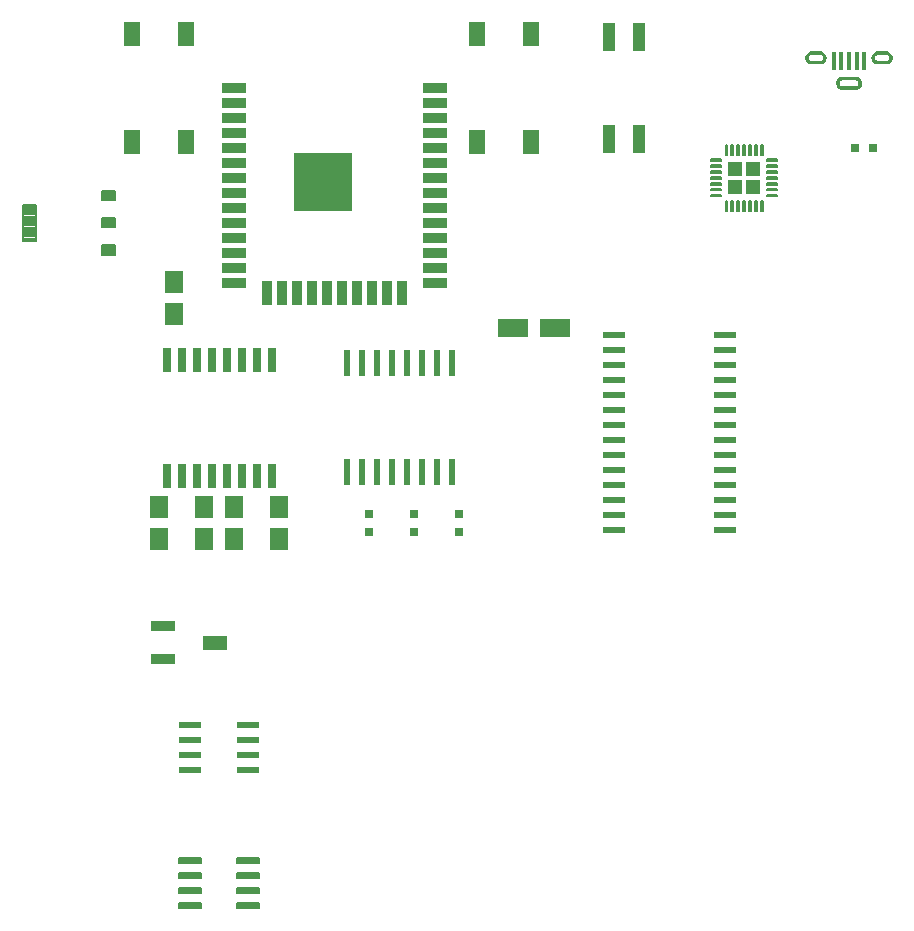
<source format=gbr>
G04 EAGLE Gerber RS-274X export*
G75*
%MOMM*%
%FSLAX34Y34*%
%LPD*%
%INSolderpaste Top*%
%IPPOS*%
%AMOC8*
5,1,8,0,0,1.08239X$1,22.5*%
G01*
%ADD10R,1.500000X1.950000*%
%ADD11R,2.600000X1.600000*%
%ADD12R,0.600000X2.200000*%
%ADD13R,0.450000X1.500000*%
%ADD14R,0.800000X0.800000*%
%ADD15R,0.660400X2.032000*%
%ADD16R,2.000000X0.900000*%
%ADD17R,2.000000X1.300000*%
%ADD18R,1.400000X2.100000*%
%ADD19R,1.130000X2.440000*%
%ADD20R,0.900000X2.000000*%
%ADD21R,5.000000X5.000000*%
%ADD22R,1.981200X0.558800*%
%ADD23R,1.149913X1.149913*%
%ADD24R,1.151819X1.149753*%
%ADD25R,1.151400X1.151400*%
%ADD26R,1.149731X1.151981*%
%ADD27C,0.135000*%
%ADD28C,0.139500*%
%ADD29C,0.196500*%
%ADD30C,0.147500*%

G36*
X767501Y925477D02*
X767501Y925477D01*
X767502Y925476D01*
X768575Y925582D01*
X768578Y925584D01*
X768580Y925582D01*
X769612Y925895D01*
X769614Y925898D01*
X769616Y925897D01*
X770567Y926406D01*
X770568Y926409D01*
X770571Y926408D01*
X771404Y927092D01*
X771405Y927095D01*
X771408Y927096D01*
X772092Y927929D01*
X772092Y927932D01*
X772094Y927933D01*
X772603Y928884D01*
X772602Y928887D01*
X772605Y928888D01*
X772918Y929920D01*
X772916Y929923D01*
X772918Y929925D01*
X773024Y930998D01*
X773022Y931000D01*
X773024Y931002D01*
X773023Y931002D01*
X773024Y931003D01*
X772886Y932227D01*
X772883Y932229D01*
X772885Y932232D01*
X772478Y933394D01*
X772475Y933396D01*
X772476Y933399D01*
X771821Y934442D01*
X771817Y934443D01*
X771817Y934446D01*
X770946Y935317D01*
X770943Y935317D01*
X770942Y935321D01*
X769899Y935976D01*
X769896Y935975D01*
X769894Y935978D01*
X768732Y936385D01*
X768728Y936384D01*
X768727Y936386D01*
X767503Y936524D01*
X767501Y936523D01*
X767500Y936524D01*
X756500Y936524D01*
X756499Y936523D01*
X756497Y936524D01*
X755273Y936386D01*
X755271Y936383D01*
X755268Y936385D01*
X754106Y935978D01*
X754104Y935975D01*
X754101Y935976D01*
X753058Y935321D01*
X753057Y935317D01*
X753054Y935317D01*
X752183Y934446D01*
X752183Y934443D01*
X752179Y934442D01*
X751524Y933399D01*
X751525Y933396D01*
X751522Y933394D01*
X751115Y932232D01*
X751116Y932228D01*
X751114Y932227D01*
X750976Y931003D01*
X750978Y931000D01*
X750976Y930998D01*
X751082Y929925D01*
X751084Y929922D01*
X751082Y929920D01*
X751395Y928888D01*
X751398Y928886D01*
X751397Y928884D01*
X751906Y927933D01*
X751909Y927932D01*
X751908Y927929D01*
X752592Y927096D01*
X752595Y927095D01*
X752596Y927092D01*
X753429Y926408D01*
X753432Y926408D01*
X753433Y926406D01*
X754384Y925897D01*
X754387Y925898D01*
X754388Y925895D01*
X755420Y925582D01*
X755423Y925584D01*
X755425Y925582D01*
X756498Y925476D01*
X756499Y925477D01*
X756500Y925476D01*
X767500Y925476D01*
X767501Y925477D01*
G37*
G36*
X737501Y946977D02*
X737501Y946977D01*
X737502Y946976D01*
X738575Y947082D01*
X738578Y947084D01*
X738580Y947082D01*
X739612Y947395D01*
X739614Y947398D01*
X739616Y947397D01*
X740567Y947906D01*
X740568Y947909D01*
X740571Y947908D01*
X741404Y948592D01*
X741405Y948595D01*
X741408Y948596D01*
X742092Y949429D01*
X742092Y949432D01*
X742094Y949433D01*
X742603Y950384D01*
X742602Y950387D01*
X742605Y950388D01*
X742918Y951420D01*
X742916Y951423D01*
X742918Y951425D01*
X742922Y951459D01*
X742927Y951507D01*
X742927Y951508D01*
X742931Y951556D01*
X742934Y951580D01*
X742939Y951629D01*
X742943Y951677D01*
X742948Y951726D01*
X742950Y951750D01*
X742951Y951750D01*
X742955Y951798D01*
X742955Y951799D01*
X742960Y951847D01*
X742965Y951895D01*
X742965Y951896D01*
X742967Y951920D01*
X742972Y951968D01*
X742977Y952017D01*
X742982Y952065D01*
X742986Y952114D01*
X742989Y952138D01*
X742993Y952186D01*
X742994Y952186D01*
X742993Y952187D01*
X742998Y952235D01*
X743003Y952283D01*
X743003Y952284D01*
X743005Y952308D01*
X743010Y952356D01*
X743015Y952405D01*
X743020Y952453D01*
X743022Y952477D01*
X743022Y952478D01*
X743024Y952498D01*
X743022Y952500D01*
X743024Y952502D01*
X743023Y952502D01*
X743024Y952503D01*
X742886Y953727D01*
X742883Y953729D01*
X742885Y953732D01*
X742478Y954894D01*
X742475Y954896D01*
X742476Y954899D01*
X741821Y955942D01*
X741817Y955943D01*
X741817Y955946D01*
X740946Y956817D01*
X740943Y956817D01*
X740942Y956821D01*
X739899Y957476D01*
X739896Y957475D01*
X739894Y957478D01*
X738732Y957885D01*
X738728Y957884D01*
X738727Y957886D01*
X737503Y958024D01*
X737501Y958023D01*
X737500Y958024D01*
X730500Y958024D01*
X730499Y958023D01*
X730497Y958024D01*
X729273Y957886D01*
X729271Y957883D01*
X729268Y957885D01*
X728106Y957478D01*
X728104Y957475D01*
X728101Y957476D01*
X727058Y956821D01*
X727057Y956817D01*
X727054Y956817D01*
X726183Y955946D01*
X726183Y955943D01*
X726179Y955942D01*
X725524Y954899D01*
X725525Y954896D01*
X725522Y954894D01*
X725115Y953732D01*
X725116Y953728D01*
X725114Y953727D01*
X725110Y953696D01*
X725105Y953648D01*
X725099Y953599D01*
X725097Y953575D01*
X725091Y953526D01*
X725086Y953478D01*
X725080Y953429D01*
X725078Y953405D01*
X725075Y953381D01*
X725072Y953357D01*
X725067Y953308D01*
X725061Y953260D01*
X725056Y953211D01*
X725053Y953187D01*
X725050Y953163D01*
X725048Y953138D01*
X725042Y953090D01*
X725037Y953041D01*
X725031Y952993D01*
X725028Y952969D01*
X725023Y952920D01*
X725017Y952872D01*
X725012Y952823D01*
X725009Y952799D01*
X725007Y952775D01*
X725004Y952750D01*
X724998Y952702D01*
X724993Y952653D01*
X724987Y952605D01*
X724985Y952581D01*
X724979Y952532D01*
X724976Y952503D01*
X724978Y952500D01*
X724976Y952497D01*
X725114Y951273D01*
X725117Y951271D01*
X725115Y951268D01*
X725522Y950106D01*
X725525Y950104D01*
X725524Y950101D01*
X726179Y949058D01*
X726183Y949057D01*
X726183Y949054D01*
X727054Y948183D01*
X727057Y948183D01*
X727058Y948179D01*
X728101Y947524D01*
X728104Y947525D01*
X728106Y947522D01*
X729268Y947115D01*
X729272Y947116D01*
X729273Y947114D01*
X730497Y946976D01*
X730499Y946977D01*
X730500Y946976D01*
X737500Y946976D01*
X737501Y946977D01*
G37*
G36*
X793501Y946977D02*
X793501Y946977D01*
X793502Y946976D01*
X794575Y947082D01*
X794578Y947084D01*
X794580Y947082D01*
X795612Y947395D01*
X795614Y947398D01*
X795616Y947397D01*
X796567Y947906D01*
X796568Y947909D01*
X796571Y947908D01*
X797404Y948592D01*
X797405Y948595D01*
X797408Y948596D01*
X798092Y949429D01*
X798092Y949432D01*
X798094Y949433D01*
X798603Y950384D01*
X798602Y950387D01*
X798605Y950388D01*
X798918Y951420D01*
X798916Y951423D01*
X798918Y951425D01*
X798922Y951459D01*
X798927Y951507D01*
X798927Y951508D01*
X798931Y951556D01*
X798934Y951580D01*
X798939Y951629D01*
X798943Y951677D01*
X798948Y951726D01*
X798950Y951750D01*
X798951Y951750D01*
X798955Y951798D01*
X798955Y951799D01*
X798960Y951847D01*
X798965Y951895D01*
X798965Y951896D01*
X798967Y951920D01*
X798972Y951968D01*
X798977Y952017D01*
X798982Y952065D01*
X798986Y952114D01*
X798989Y952138D01*
X798993Y952186D01*
X798994Y952186D01*
X798993Y952187D01*
X798998Y952235D01*
X799003Y952283D01*
X799003Y952284D01*
X799005Y952308D01*
X799010Y952356D01*
X799015Y952405D01*
X799020Y952453D01*
X799022Y952477D01*
X799022Y952478D01*
X799024Y952498D01*
X799022Y952500D01*
X799024Y952502D01*
X799023Y952502D01*
X799024Y952503D01*
X798886Y953727D01*
X798883Y953729D01*
X798885Y953732D01*
X798478Y954894D01*
X798475Y954896D01*
X798476Y954899D01*
X797821Y955942D01*
X797817Y955943D01*
X797817Y955946D01*
X796946Y956817D01*
X796943Y956817D01*
X796942Y956821D01*
X795899Y957476D01*
X795896Y957475D01*
X795894Y957478D01*
X794732Y957885D01*
X794728Y957884D01*
X794727Y957886D01*
X793503Y958024D01*
X793501Y958023D01*
X793500Y958024D01*
X786500Y958024D01*
X786499Y958023D01*
X786497Y958024D01*
X785273Y957886D01*
X785271Y957883D01*
X785268Y957885D01*
X784106Y957478D01*
X784104Y957475D01*
X784101Y957476D01*
X783058Y956821D01*
X783057Y956817D01*
X783054Y956817D01*
X782183Y955946D01*
X782183Y955943D01*
X782179Y955942D01*
X781524Y954899D01*
X781525Y954896D01*
X781522Y954894D01*
X781115Y953732D01*
X781116Y953728D01*
X781114Y953727D01*
X781110Y953696D01*
X781105Y953648D01*
X781099Y953599D01*
X781097Y953575D01*
X781091Y953526D01*
X781086Y953478D01*
X781080Y953429D01*
X781078Y953405D01*
X781075Y953381D01*
X781072Y953357D01*
X781067Y953308D01*
X781061Y953260D01*
X781056Y953211D01*
X781053Y953187D01*
X781050Y953163D01*
X781048Y953138D01*
X781042Y953090D01*
X781037Y953041D01*
X781031Y952993D01*
X781028Y952969D01*
X781023Y952920D01*
X781017Y952872D01*
X781012Y952823D01*
X781009Y952799D01*
X781007Y952775D01*
X781004Y952750D01*
X780998Y952702D01*
X780993Y952653D01*
X780987Y952605D01*
X780985Y952581D01*
X780979Y952532D01*
X780976Y952503D01*
X780978Y952500D01*
X780976Y952497D01*
X781114Y951273D01*
X781117Y951271D01*
X781115Y951268D01*
X781522Y950106D01*
X781525Y950104D01*
X781524Y950101D01*
X782179Y949058D01*
X782183Y949057D01*
X782183Y949054D01*
X783054Y948183D01*
X783057Y948183D01*
X783058Y948179D01*
X784101Y947524D01*
X784104Y947525D01*
X784106Y947522D01*
X785268Y947115D01*
X785272Y947116D01*
X785273Y947114D01*
X786497Y946976D01*
X786499Y946977D01*
X786500Y946976D01*
X793500Y946976D01*
X793501Y946977D01*
G37*
%LPC*%
G36*
X756502Y928524D02*
X756502Y928524D01*
X755859Y928609D01*
X755262Y928856D01*
X754750Y929250D01*
X754356Y929762D01*
X754109Y930359D01*
X754024Y931000D01*
X754109Y931641D01*
X754356Y932238D01*
X754750Y932751D01*
X755262Y933144D01*
X755859Y933391D01*
X756502Y933476D01*
X767499Y933476D01*
X768141Y933391D01*
X768738Y933144D01*
X769251Y932751D01*
X769644Y932238D01*
X769891Y931641D01*
X769976Y931000D01*
X769891Y930359D01*
X769644Y929762D01*
X769251Y929250D01*
X768738Y928856D01*
X768141Y928609D01*
X767499Y928524D01*
X756502Y928524D01*
G37*
%LPD*%
%LPC*%
G36*
X786502Y950024D02*
X786502Y950024D01*
X785859Y950109D01*
X785262Y950356D01*
X784750Y950750D01*
X784356Y951262D01*
X784109Y951859D01*
X784024Y952500D01*
X784025Y952502D01*
X784028Y952526D01*
X784031Y952550D01*
X784034Y952574D01*
X784034Y952575D01*
X784037Y952599D01*
X784041Y952623D01*
X784047Y952671D01*
X784047Y952672D01*
X784050Y952696D01*
X784053Y952720D01*
X784057Y952744D01*
X784060Y952768D01*
X784060Y952769D01*
X784063Y952793D01*
X784066Y952817D01*
X784069Y952841D01*
X784073Y952865D01*
X784073Y952866D01*
X784076Y952890D01*
X784079Y952914D01*
X784082Y952938D01*
X784085Y952962D01*
X784085Y952963D01*
X784089Y952987D01*
X784092Y953011D01*
X784095Y953035D01*
X784098Y953059D01*
X784098Y953060D01*
X784101Y953084D01*
X784104Y953108D01*
X784105Y953108D01*
X784108Y953132D01*
X784109Y953141D01*
X784356Y953738D01*
X784750Y954251D01*
X785262Y954644D01*
X785859Y954891D01*
X786502Y954976D01*
X793499Y954976D01*
X794141Y954891D01*
X794738Y954644D01*
X795251Y954251D01*
X795644Y953738D01*
X795891Y953141D01*
X795976Y952500D01*
X795973Y952484D01*
X795970Y952459D01*
X795967Y952435D01*
X795964Y952411D01*
X795961Y952387D01*
X795957Y952362D01*
X795954Y952338D01*
X795951Y952314D01*
X795948Y952290D01*
X795945Y952265D01*
X795941Y952241D01*
X795938Y952217D01*
X795935Y952193D01*
X795932Y952168D01*
X795929Y952144D01*
X795926Y952120D01*
X795925Y952120D01*
X795926Y952120D01*
X795922Y952096D01*
X795919Y952071D01*
X795916Y952047D01*
X795913Y952023D01*
X795910Y951999D01*
X795906Y951974D01*
X795903Y951950D01*
X795900Y951926D01*
X795897Y951902D01*
X795894Y951877D01*
X795891Y951859D01*
X795644Y951262D01*
X795251Y950750D01*
X794738Y950356D01*
X794141Y950109D01*
X793499Y950024D01*
X786502Y950024D01*
G37*
%LPD*%
%LPC*%
G36*
X730502Y950024D02*
X730502Y950024D01*
X729859Y950109D01*
X729262Y950356D01*
X728750Y950750D01*
X728356Y951262D01*
X728109Y951859D01*
X728024Y952500D01*
X728025Y952502D01*
X728028Y952526D01*
X728031Y952550D01*
X728034Y952574D01*
X728034Y952575D01*
X728037Y952599D01*
X728041Y952623D01*
X728047Y952671D01*
X728047Y952672D01*
X728050Y952696D01*
X728053Y952720D01*
X728057Y952744D01*
X728060Y952768D01*
X728060Y952769D01*
X728063Y952793D01*
X728066Y952817D01*
X728069Y952841D01*
X728073Y952865D01*
X728073Y952866D01*
X728076Y952890D01*
X728079Y952914D01*
X728082Y952938D01*
X728085Y952962D01*
X728085Y952963D01*
X728089Y952987D01*
X728092Y953011D01*
X728095Y953035D01*
X728098Y953059D01*
X728098Y953060D01*
X728101Y953084D01*
X728104Y953108D01*
X728105Y953108D01*
X728108Y953132D01*
X728109Y953141D01*
X728356Y953738D01*
X728750Y954251D01*
X729262Y954644D01*
X729859Y954891D01*
X730502Y954976D01*
X737499Y954976D01*
X738141Y954891D01*
X738738Y954644D01*
X739251Y954251D01*
X739644Y953738D01*
X739891Y953141D01*
X739976Y952500D01*
X739973Y952484D01*
X739970Y952459D01*
X739967Y952435D01*
X739964Y952411D01*
X739961Y952387D01*
X739957Y952362D01*
X739954Y952338D01*
X739951Y952314D01*
X739948Y952290D01*
X739945Y952265D01*
X739941Y952241D01*
X739938Y952217D01*
X739935Y952193D01*
X739932Y952168D01*
X739929Y952144D01*
X739926Y952120D01*
X739925Y952120D01*
X739926Y952120D01*
X739922Y952096D01*
X739919Y952071D01*
X739916Y952047D01*
X739913Y952023D01*
X739910Y951999D01*
X739906Y951974D01*
X739903Y951950D01*
X739900Y951926D01*
X739897Y951902D01*
X739894Y951877D01*
X739891Y951859D01*
X739644Y951262D01*
X739251Y950750D01*
X738738Y950356D01*
X738141Y950109D01*
X737499Y950024D01*
X730502Y950024D01*
G37*
%LPD*%
D10*
X177800Y572550D03*
X177800Y545050D03*
X241300Y545050D03*
X241300Y572550D03*
X279400Y545050D03*
X279400Y572550D03*
X215900Y572550D03*
X215900Y545050D03*
X190500Y763050D03*
X190500Y735550D03*
D11*
X513300Y723900D03*
X477300Y723900D03*
D12*
X349250Y601700D03*
X374650Y693700D03*
X336550Y601700D03*
X361950Y601700D03*
X374650Y601700D03*
X361950Y693700D03*
X387350Y693700D03*
X400050Y693700D03*
X400050Y601700D03*
X425450Y693700D03*
X387350Y601700D03*
X412750Y601700D03*
X412750Y693700D03*
X425450Y601700D03*
X349250Y693700D03*
X336550Y693700D03*
D13*
X749000Y950000D03*
X755500Y950000D03*
X762000Y950000D03*
X768500Y950000D03*
X775000Y950000D03*
D14*
X767200Y876300D03*
X782200Y876300D03*
X355600Y551300D03*
X355600Y566300D03*
X393700Y551300D03*
X393700Y566300D03*
X431800Y551300D03*
X431800Y566300D03*
D15*
X184150Y598678D03*
X196850Y598678D03*
X209550Y598678D03*
X222250Y598678D03*
X234950Y598678D03*
X247650Y598678D03*
X260350Y598678D03*
X273050Y598678D03*
X273050Y696722D03*
X260350Y696722D03*
X247650Y696722D03*
X234950Y696722D03*
X222250Y696722D03*
X209550Y696722D03*
X196850Y696722D03*
X184150Y696722D03*
D16*
X181200Y471200D03*
D17*
X225200Y457200D03*
D16*
X181200Y443200D03*
D18*
X447400Y881600D03*
X492400Y881600D03*
X447400Y972600D03*
X492400Y972600D03*
X200300Y972600D03*
X155300Y972600D03*
X200300Y881600D03*
X155300Y881600D03*
D19*
X558800Y884100D03*
X584200Y884100D03*
X584200Y970100D03*
X558800Y970100D03*
D16*
X241300Y927100D03*
X241300Y914400D03*
X241200Y901700D03*
X241300Y888700D03*
X241300Y876300D03*
X241300Y863600D03*
X241300Y850900D03*
X241300Y838200D03*
X241300Y825500D03*
X241300Y812800D03*
X241300Y800100D03*
X241300Y787400D03*
X241300Y774700D03*
X241300Y762000D03*
D20*
X269150Y753000D03*
X281850Y753000D03*
X294550Y753000D03*
X307250Y753000D03*
X319950Y753000D03*
X332650Y753000D03*
X345350Y753000D03*
X358050Y753000D03*
X370750Y753000D03*
X383450Y753000D03*
D16*
X411300Y927100D03*
X411300Y914400D03*
X411300Y901700D03*
X411300Y889000D03*
X411300Y876300D03*
X411300Y863600D03*
X411305Y850877D03*
X411319Y838187D03*
X411293Y825489D03*
X411275Y812777D03*
X411294Y800082D03*
X411310Y787392D03*
X411290Y774715D03*
X411287Y761988D03*
D21*
X316322Y847644D03*
D22*
X562610Y717550D03*
X562610Y704850D03*
X562610Y692150D03*
X562610Y679450D03*
X562610Y666750D03*
X562610Y654050D03*
X562610Y641350D03*
X562610Y628650D03*
X562610Y615950D03*
X562610Y603250D03*
X562610Y590550D03*
X562610Y577850D03*
X562610Y565150D03*
X562610Y552450D03*
X656590Y552450D03*
X656590Y565150D03*
X656590Y577850D03*
X656590Y590550D03*
X656590Y603250D03*
X656590Y615950D03*
X656590Y628650D03*
X656590Y641350D03*
X656590Y654050D03*
X656590Y666750D03*
X656590Y679450D03*
X656590Y692150D03*
X656590Y704850D03*
X656590Y717550D03*
D23*
X680650Y843350D03*
D24*
X680651Y858459D03*
D25*
X665543Y858457D03*
D26*
X665540Y843349D03*
D27*
X687425Y870125D02*
X687425Y878875D01*
X688775Y878875D01*
X688775Y870125D01*
X687425Y870125D01*
X687425Y871407D02*
X688775Y871407D01*
X688775Y872689D02*
X687425Y872689D01*
X687425Y873971D02*
X688775Y873971D01*
X688775Y875253D02*
X687425Y875253D01*
X687425Y876535D02*
X688775Y876535D01*
X688775Y877817D02*
X687425Y877817D01*
X682425Y878875D02*
X682425Y870125D01*
X682425Y878875D02*
X683775Y878875D01*
X683775Y870125D01*
X682425Y870125D01*
X682425Y871407D02*
X683775Y871407D01*
X683775Y872689D02*
X682425Y872689D01*
X682425Y873971D02*
X683775Y873971D01*
X683775Y875253D02*
X682425Y875253D01*
X682425Y876535D02*
X683775Y876535D01*
X683775Y877817D02*
X682425Y877817D01*
X677425Y878875D02*
X677425Y870125D01*
X677425Y878875D02*
X678775Y878875D01*
X678775Y870125D01*
X677425Y870125D01*
X677425Y871407D02*
X678775Y871407D01*
X678775Y872689D02*
X677425Y872689D01*
X677425Y873971D02*
X678775Y873971D01*
X678775Y875253D02*
X677425Y875253D01*
X677425Y876535D02*
X678775Y876535D01*
X678775Y877817D02*
X677425Y877817D01*
X672425Y878875D02*
X672425Y870125D01*
X672425Y878875D02*
X673775Y878875D01*
X673775Y870125D01*
X672425Y870125D01*
X672425Y871407D02*
X673775Y871407D01*
X673775Y872689D02*
X672425Y872689D01*
X672425Y873971D02*
X673775Y873971D01*
X673775Y875253D02*
X672425Y875253D01*
X672425Y876535D02*
X673775Y876535D01*
X673775Y877817D02*
X672425Y877817D01*
X667425Y878875D02*
X667425Y870125D01*
X667425Y878875D02*
X668775Y878875D01*
X668775Y870125D01*
X667425Y870125D01*
X667425Y871407D02*
X668775Y871407D01*
X668775Y872689D02*
X667425Y872689D01*
X667425Y873971D02*
X668775Y873971D01*
X668775Y875253D02*
X667425Y875253D01*
X667425Y876535D02*
X668775Y876535D01*
X668775Y877817D02*
X667425Y877817D01*
X662425Y878875D02*
X662425Y870125D01*
X662425Y878875D02*
X663775Y878875D01*
X663775Y870125D01*
X662425Y870125D01*
X662425Y871407D02*
X663775Y871407D01*
X663775Y872689D02*
X662425Y872689D01*
X662425Y873971D02*
X663775Y873971D01*
X663775Y875253D02*
X662425Y875253D01*
X662425Y876535D02*
X663775Y876535D01*
X663775Y877817D02*
X662425Y877817D01*
X657425Y878875D02*
X657425Y870125D01*
X657425Y878875D02*
X658775Y878875D01*
X658775Y870125D01*
X657425Y870125D01*
X657425Y871407D02*
X658775Y871407D01*
X658775Y872689D02*
X657425Y872689D01*
X657425Y873971D02*
X658775Y873971D01*
X658775Y875253D02*
X657425Y875253D01*
X657425Y876535D02*
X658775Y876535D01*
X658775Y877817D02*
X657425Y877817D01*
X653875Y865225D02*
X645125Y865225D01*
X645125Y866575D01*
X653875Y866575D01*
X653875Y865225D01*
X653875Y866507D02*
X645125Y866507D01*
X645125Y860225D02*
X653875Y860225D01*
X645125Y860225D02*
X645125Y861575D01*
X653875Y861575D01*
X653875Y860225D01*
X653875Y861507D02*
X645125Y861507D01*
X645125Y855225D02*
X653875Y855225D01*
X645125Y855225D02*
X645125Y856575D01*
X653875Y856575D01*
X653875Y855225D01*
X653875Y856507D02*
X645125Y856507D01*
X645125Y850225D02*
X653875Y850225D01*
X645125Y850225D02*
X645125Y851575D01*
X653875Y851575D01*
X653875Y850225D01*
X653875Y851507D02*
X645125Y851507D01*
X645125Y845225D02*
X653875Y845225D01*
X645125Y845225D02*
X645125Y846575D01*
X653875Y846575D01*
X653875Y845225D01*
X653875Y846507D02*
X645125Y846507D01*
X645125Y840225D02*
X653875Y840225D01*
X645125Y840225D02*
X645125Y841575D01*
X653875Y841575D01*
X653875Y840225D01*
X653875Y841507D02*
X645125Y841507D01*
X645125Y835225D02*
X653875Y835225D01*
X645125Y835225D02*
X645125Y836575D01*
X653875Y836575D01*
X653875Y835225D01*
X653875Y836507D02*
X645125Y836507D01*
X658775Y831675D02*
X658775Y822925D01*
X657425Y822925D01*
X657425Y831675D01*
X658775Y831675D01*
X658775Y824207D02*
X657425Y824207D01*
X657425Y825489D02*
X658775Y825489D01*
X658775Y826771D02*
X657425Y826771D01*
X657425Y828053D02*
X658775Y828053D01*
X658775Y829335D02*
X657425Y829335D01*
X657425Y830617D02*
X658775Y830617D01*
X663775Y831675D02*
X663775Y822925D01*
X662425Y822925D01*
X662425Y831675D01*
X663775Y831675D01*
X663775Y824207D02*
X662425Y824207D01*
X662425Y825489D02*
X663775Y825489D01*
X663775Y826771D02*
X662425Y826771D01*
X662425Y828053D02*
X663775Y828053D01*
X663775Y829335D02*
X662425Y829335D01*
X662425Y830617D02*
X663775Y830617D01*
X668775Y831675D02*
X668775Y822925D01*
X667425Y822925D01*
X667425Y831675D01*
X668775Y831675D01*
X668775Y824207D02*
X667425Y824207D01*
X667425Y825489D02*
X668775Y825489D01*
X668775Y826771D02*
X667425Y826771D01*
X667425Y828053D02*
X668775Y828053D01*
X668775Y829335D02*
X667425Y829335D01*
X667425Y830617D02*
X668775Y830617D01*
X673775Y831675D02*
X673775Y822925D01*
X672425Y822925D01*
X672425Y831675D01*
X673775Y831675D01*
X673775Y824207D02*
X672425Y824207D01*
X672425Y825489D02*
X673775Y825489D01*
X673775Y826771D02*
X672425Y826771D01*
X672425Y828053D02*
X673775Y828053D01*
X673775Y829335D02*
X672425Y829335D01*
X672425Y830617D02*
X673775Y830617D01*
X678775Y831675D02*
X678775Y822925D01*
X677425Y822925D01*
X677425Y831675D01*
X678775Y831675D01*
X678775Y824207D02*
X677425Y824207D01*
X677425Y825489D02*
X678775Y825489D01*
X678775Y826771D02*
X677425Y826771D01*
X677425Y828053D02*
X678775Y828053D01*
X678775Y829335D02*
X677425Y829335D01*
X677425Y830617D02*
X678775Y830617D01*
X683775Y831675D02*
X683775Y822925D01*
X682425Y822925D01*
X682425Y831675D01*
X683775Y831675D01*
X683775Y824207D02*
X682425Y824207D01*
X682425Y825489D02*
X683775Y825489D01*
X683775Y826771D02*
X682425Y826771D01*
X682425Y828053D02*
X683775Y828053D01*
X683775Y829335D02*
X682425Y829335D01*
X682425Y830617D02*
X683775Y830617D01*
X688775Y831675D02*
X688775Y822925D01*
X687425Y822925D01*
X687425Y831675D01*
X688775Y831675D01*
X688775Y824207D02*
X687425Y824207D01*
X687425Y825489D02*
X688775Y825489D01*
X688775Y826771D02*
X687425Y826771D01*
X687425Y828053D02*
X688775Y828053D01*
X688775Y829335D02*
X687425Y829335D01*
X687425Y830617D02*
X688775Y830617D01*
X692325Y836575D02*
X701075Y836575D01*
X701075Y835225D01*
X692325Y835225D01*
X692325Y836575D01*
X692325Y836507D02*
X701075Y836507D01*
X701075Y841575D02*
X692325Y841575D01*
X701075Y841575D02*
X701075Y840225D01*
X692325Y840225D01*
X692325Y841575D01*
X692325Y841507D02*
X701075Y841507D01*
X701075Y846575D02*
X692325Y846575D01*
X701075Y846575D02*
X701075Y845225D01*
X692325Y845225D01*
X692325Y846575D01*
X692325Y846507D02*
X701075Y846507D01*
X701075Y851575D02*
X692325Y851575D01*
X701075Y851575D02*
X701075Y850225D01*
X692325Y850225D01*
X692325Y851575D01*
X692325Y851507D02*
X701075Y851507D01*
X701075Y856575D02*
X692325Y856575D01*
X701075Y856575D02*
X701075Y855225D01*
X692325Y855225D01*
X692325Y856575D01*
X692325Y856507D02*
X701075Y856507D01*
X701075Y861575D02*
X692325Y861575D01*
X701075Y861575D02*
X701075Y860225D01*
X692325Y860225D01*
X692325Y861575D01*
X692325Y861507D02*
X701075Y861507D01*
X701075Y866575D02*
X692325Y866575D01*
X701075Y866575D02*
X701075Y865225D01*
X692325Y865225D01*
X692325Y866575D01*
X692325Y866507D02*
X701075Y866507D01*
D28*
X140903Y793853D02*
X140903Y785947D01*
X129197Y785947D01*
X129197Y793853D01*
X140903Y793853D01*
X140903Y787272D02*
X129197Y787272D01*
X129197Y788597D02*
X140903Y788597D01*
X140903Y789922D02*
X129197Y789922D01*
X129197Y791247D02*
X140903Y791247D01*
X140903Y792572D02*
X129197Y792572D01*
X140903Y808847D02*
X140903Y816753D01*
X140903Y808847D02*
X129197Y808847D01*
X129197Y816753D01*
X140903Y816753D01*
X140903Y810172D02*
X129197Y810172D01*
X129197Y811497D02*
X140903Y811497D01*
X140903Y812822D02*
X129197Y812822D01*
X129197Y814147D02*
X140903Y814147D01*
X140903Y815472D02*
X129197Y815472D01*
X140903Y831747D02*
X140903Y839653D01*
X140903Y831747D02*
X129197Y831747D01*
X129197Y839653D01*
X140903Y839653D01*
X140903Y833072D02*
X129197Y833072D01*
X129197Y834397D02*
X140903Y834397D01*
X140903Y835722D02*
X129197Y835722D01*
X129197Y837047D02*
X140903Y837047D01*
X140903Y838372D02*
X129197Y838372D01*
D29*
X73718Y828018D02*
X73718Y797582D01*
X62582Y797582D01*
X62582Y828018D01*
X73718Y828018D01*
X73718Y799449D02*
X62582Y799449D01*
X62582Y801316D02*
X73718Y801316D01*
X73718Y803183D02*
X62582Y803183D01*
X62582Y805050D02*
X73718Y805050D01*
X73718Y806917D02*
X62582Y806917D01*
X62582Y808784D02*
X73718Y808784D01*
X73718Y810651D02*
X62582Y810651D01*
X62582Y812518D02*
X73718Y812518D01*
X73718Y814385D02*
X62582Y814385D01*
X62582Y816252D02*
X73718Y816252D01*
X73718Y818119D02*
X62582Y818119D01*
X62582Y819986D02*
X73718Y819986D01*
X73718Y821853D02*
X62582Y821853D01*
X62582Y823720D02*
X73718Y823720D01*
X73718Y825587D02*
X62582Y825587D01*
X62582Y827454D02*
X73718Y827454D01*
D30*
X194737Y270837D02*
X212963Y270837D01*
X194737Y270837D02*
X194737Y275263D01*
X212963Y275263D01*
X212963Y270837D01*
X212963Y272238D02*
X194737Y272238D01*
X194737Y273639D02*
X212963Y273639D01*
X212963Y275040D02*
X194737Y275040D01*
X194737Y258137D02*
X212963Y258137D01*
X194737Y258137D02*
X194737Y262563D01*
X212963Y262563D01*
X212963Y258137D01*
X212963Y259538D02*
X194737Y259538D01*
X194737Y260939D02*
X212963Y260939D01*
X212963Y262340D02*
X194737Y262340D01*
X194737Y245437D02*
X212963Y245437D01*
X194737Y245437D02*
X194737Y249863D01*
X212963Y249863D01*
X212963Y245437D01*
X212963Y246838D02*
X194737Y246838D01*
X194737Y248239D02*
X212963Y248239D01*
X212963Y249640D02*
X194737Y249640D01*
X194737Y232737D02*
X212963Y232737D01*
X194737Y232737D02*
X194737Y237163D01*
X212963Y237163D01*
X212963Y232737D01*
X212963Y234138D02*
X194737Y234138D01*
X194737Y235539D02*
X212963Y235539D01*
X212963Y236940D02*
X194737Y236940D01*
X244237Y232737D02*
X262463Y232737D01*
X244237Y232737D02*
X244237Y237163D01*
X262463Y237163D01*
X262463Y232737D01*
X262463Y234138D02*
X244237Y234138D01*
X244237Y235539D02*
X262463Y235539D01*
X262463Y236940D02*
X244237Y236940D01*
X244237Y245437D02*
X262463Y245437D01*
X244237Y245437D02*
X244237Y249863D01*
X262463Y249863D01*
X262463Y245437D01*
X262463Y246838D02*
X244237Y246838D01*
X244237Y248239D02*
X262463Y248239D01*
X262463Y249640D02*
X244237Y249640D01*
X244237Y258137D02*
X262463Y258137D01*
X244237Y258137D02*
X244237Y262563D01*
X262463Y262563D01*
X262463Y258137D01*
X262463Y259538D02*
X244237Y259538D01*
X244237Y260939D02*
X262463Y260939D01*
X262463Y262340D02*
X244237Y262340D01*
X244237Y270837D02*
X262463Y270837D01*
X244237Y270837D02*
X244237Y275263D01*
X262463Y275263D01*
X262463Y270837D01*
X262463Y272238D02*
X244237Y272238D01*
X244237Y273639D02*
X262463Y273639D01*
X262463Y275040D02*
X244237Y275040D01*
D22*
X203962Y387350D03*
X203962Y374650D03*
X203962Y361950D03*
X203962Y349250D03*
X253238Y349250D03*
X253238Y361950D03*
X253238Y374650D03*
X253238Y387350D03*
M02*

</source>
